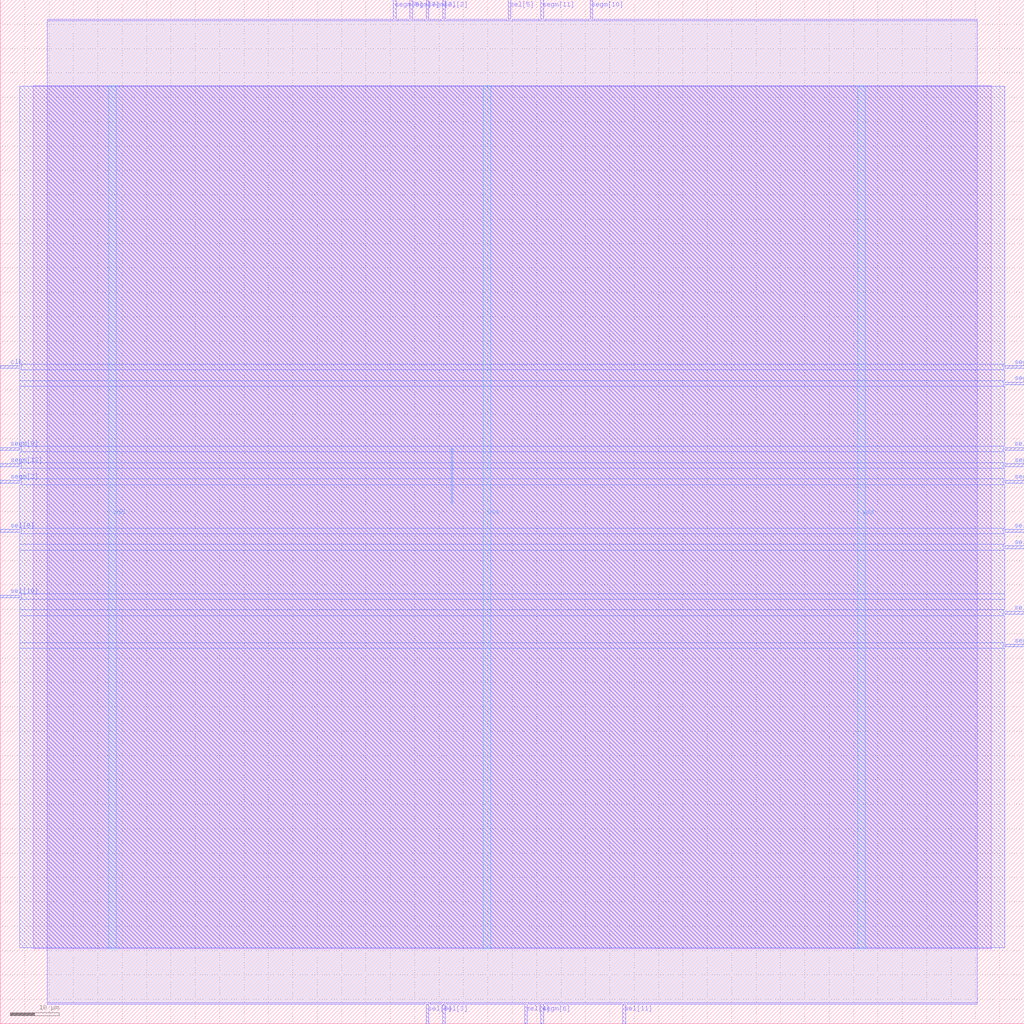
<source format=lef>
VERSION 5.7 ;
  NOWIREEXTENSIONATPIN ON ;
  DIVIDERCHAR "/" ;
  BUSBITCHARS "[]" ;
MACRO ita53
  CLASS BLOCK ;
  FOREIGN ita53 ;
  ORIGIN 0.000 0.000 ;
  SIZE 210.000 BY 210.000 ;
  PIN clk
    DIRECTION INPUT ;
    USE SIGNAL ;
    ANTENNAGATEAREA 4.738000 ;
    ANTENNADIFFAREA 0.410400 ;
    PORT
      LAYER Metal3 ;
        RECT 0.000 134.400 4.000 134.960 ;
    END
  END clk
  PIN segm[0]
    DIRECTION OUTPUT TRISTATE ;
    USE SIGNAL ;
    ANTENNADIFFAREA 4.731200 ;
    PORT
      LAYER Metal3 ;
        RECT 0.000 117.600 4.000 118.160 ;
    END
  END segm[0]
  PIN segm[10]
    DIRECTION OUTPUT TRISTATE ;
    USE SIGNAL ;
    ANTENNADIFFAREA 4.731200 ;
    PORT
      LAYER Metal2 ;
        RECT 120.960 206.000 121.520 210.000 ;
    END
  END segm[10]
  PIN segm[11]
    DIRECTION OUTPUT TRISTATE ;
    USE SIGNAL ;
    ANTENNADIFFAREA 4.731200 ;
    PORT
      LAYER Metal2 ;
        RECT 110.880 206.000 111.440 210.000 ;
    END
  END segm[11]
  PIN segm[12]
    DIRECTION OUTPUT TRISTATE ;
    USE SIGNAL ;
    ANTENNADIFFAREA 4.731200 ;
    PORT
      LAYER Metal3 ;
        RECT 206.000 77.280 210.000 77.840 ;
    END
  END segm[12]
  PIN segm[13]
    DIRECTION OUTPUT TRISTATE ;
    USE SIGNAL ;
    ANTENNADIFFAREA 4.731200 ;
    PORT
      LAYER Metal3 ;
        RECT 0.000 114.240 4.000 114.800 ;
    END
  END segm[13]
  PIN segm[1]
    DIRECTION OUTPUT TRISTATE ;
    USE SIGNAL ;
    ANTENNADIFFAREA 4.731200 ;
    PORT
      LAYER Metal3 ;
        RECT 206.000 114.240 210.000 114.800 ;
    END
  END segm[1]
  PIN segm[2]
    DIRECTION OUTPUT TRISTATE ;
    USE SIGNAL ;
    ANTENNADIFFAREA 4.731200 ;
    PORT
      LAYER Metal2 ;
        RECT 87.360 206.000 87.920 210.000 ;
    END
  END segm[2]
  PIN segm[3]
    DIRECTION OUTPUT TRISTATE ;
    USE SIGNAL ;
    ANTENNADIFFAREA 4.731200 ;
    PORT
      LAYER Metal3 ;
        RECT 0.000 110.880 4.000 111.440 ;
    END
  END segm[3]
  PIN segm[4]
    DIRECTION OUTPUT TRISTATE ;
    USE SIGNAL ;
    ANTENNADIFFAREA 4.731200 ;
    PORT
      LAYER Metal3 ;
        RECT 206.000 110.880 210.000 111.440 ;
    END
  END segm[4]
  PIN segm[5]
    DIRECTION OUTPUT TRISTATE ;
    USE SIGNAL ;
    ANTENNADIFFAREA 4.731200 ;
    PORT
      LAYER Metal2 ;
        RECT 80.640 206.000 81.200 210.000 ;
    END
  END segm[5]
  PIN segm[6]
    DIRECTION OUTPUT TRISTATE ;
    USE SIGNAL ;
    ANTENNADIFFAREA 4.731200 ;
    PORT
      LAYER Metal2 ;
        RECT 110.880 0.000 111.440 4.000 ;
    END
  END segm[6]
  PIN segm[7]
    DIRECTION OUTPUT TRISTATE ;
    USE SIGNAL ;
    ANTENNADIFFAREA 4.731200 ;
    PORT
      LAYER Metal2 ;
        RECT 84.000 206.000 84.560 210.000 ;
    END
  END segm[7]
  PIN segm[8]
    DIRECTION OUTPUT TRISTATE ;
    USE SIGNAL ;
    ANTENNADIFFAREA 4.731200 ;
    PORT
      LAYER Metal3 ;
        RECT 206.000 134.400 210.000 134.960 ;
    END
  END segm[8]
  PIN segm[9]
    DIRECTION OUTPUT TRISTATE ;
    USE SIGNAL ;
    ANTENNADIFFAREA 4.731200 ;
    PORT
      LAYER Metal3 ;
        RECT 206.000 131.040 210.000 131.600 ;
    END
  END segm[9]
  PIN sel[0]
    DIRECTION OUTPUT TRISTATE ;
    USE SIGNAL ;
    ANTENNADIFFAREA 4.731200 ;
    PORT
      LAYER Metal2 ;
        RECT 87.360 0.000 87.920 4.000 ;
    END
  END sel[0]
  PIN sel[10]
    DIRECTION OUTPUT TRISTATE ;
    USE SIGNAL ;
    ANTENNADIFFAREA 4.731200 ;
    PORT
      LAYER Metal3 ;
        RECT 0.000 87.360 4.000 87.920 ;
    END
  END sel[10]
  PIN sel[11]
    DIRECTION OUTPUT TRISTATE ;
    USE SIGNAL ;
    ANTENNADIFFAREA 4.731200 ;
    PORT
      LAYER Metal2 ;
        RECT 127.680 0.000 128.240 4.000 ;
    END
  END sel[11]
  PIN sel[1]
    DIRECTION OUTPUT TRISTATE ;
    USE SIGNAL ;
    ANTENNADIFFAREA 4.731200 ;
    PORT
      LAYER Metal3 ;
        RECT 206.000 100.800 210.000 101.360 ;
    END
  END sel[1]
  PIN sel[2]
    DIRECTION OUTPUT TRISTATE ;
    USE SIGNAL ;
    ANTENNADIFFAREA 4.731200 ;
    PORT
      LAYER Metal2 ;
        RECT 90.720 206.000 91.280 210.000 ;
    END
  END sel[2]
  PIN sel[3]
    DIRECTION OUTPUT TRISTATE ;
    USE SIGNAL ;
    ANTENNADIFFAREA 4.731200 ;
    PORT
      LAYER Metal2 ;
        RECT 90.720 0.000 91.280 4.000 ;
    END
  END sel[3]
  PIN sel[4]
    DIRECTION OUTPUT TRISTATE ;
    USE SIGNAL ;
    ANTENNADIFFAREA 4.731200 ;
    PORT
      LAYER Metal2 ;
        RECT 107.520 0.000 108.080 4.000 ;
    END
  END sel[4]
  PIN sel[5]
    DIRECTION OUTPUT TRISTATE ;
    USE SIGNAL ;
    ANTENNADIFFAREA 4.731200 ;
    PORT
      LAYER Metal2 ;
        RECT 104.160 206.000 104.720 210.000 ;
    END
  END sel[5]
  PIN sel[6]
    DIRECTION OUTPUT TRISTATE ;
    USE SIGNAL ;
    ANTENNADIFFAREA 4.731200 ;
    PORT
      LAYER Metal3 ;
        RECT 206.000 117.600 210.000 118.160 ;
    END
  END sel[6]
  PIN sel[7]
    DIRECTION OUTPUT TRISTATE ;
    USE SIGNAL ;
    ANTENNADIFFAREA 4.731200 ;
    PORT
      LAYER Metal3 ;
        RECT 206.000 84.000 210.000 84.560 ;
    END
  END sel[7]
  PIN sel[8]
    DIRECTION OUTPUT TRISTATE ;
    USE SIGNAL ;
    ANTENNADIFFAREA 4.731200 ;
    PORT
      LAYER Metal3 ;
        RECT 0.000 100.800 4.000 101.360 ;
    END
  END sel[8]
  PIN sel[9]
    DIRECTION OUTPUT TRISTATE ;
    USE SIGNAL ;
    ANTENNADIFFAREA 4.731200 ;
    PORT
      LAYER Metal3 ;
        RECT 206.000 97.440 210.000 98.000 ;
    END
  END sel[9]
  PIN vdd
    DIRECTION INOUT ;
    USE POWER ;
    PORT
      LAYER Metal4 ;
        RECT 22.240 15.380 23.840 192.380 ;
    END
    PORT
      LAYER Metal4 ;
        RECT 175.840 15.380 177.440 192.380 ;
    END
  END vdd
  PIN vss
    DIRECTION INOUT ;
    USE GROUND ;
    PORT
      LAYER Metal4 ;
        RECT 99.040 15.380 100.640 192.380 ;
    END
  END vss
  OBS
      LAYER Metal1 ;
        RECT 6.720 15.380 203.280 192.380 ;
      LAYER Metal2 ;
        RECT 9.660 205.700 80.340 206.000 ;
        RECT 81.500 205.700 83.700 206.000 ;
        RECT 84.860 205.700 87.060 206.000 ;
        RECT 88.220 205.700 90.420 206.000 ;
        RECT 91.580 205.700 103.860 206.000 ;
        RECT 105.020 205.700 110.580 206.000 ;
        RECT 111.740 205.700 120.660 206.000 ;
        RECT 121.820 205.700 200.340 206.000 ;
        RECT 9.660 4.300 200.340 205.700 ;
        RECT 9.660 4.000 87.060 4.300 ;
        RECT 88.220 4.000 90.420 4.300 ;
        RECT 91.580 4.000 107.220 4.300 ;
        RECT 108.380 4.000 110.580 4.300 ;
        RECT 111.740 4.000 127.380 4.300 ;
        RECT 128.540 4.000 200.340 4.300 ;
      LAYER Metal3 ;
        RECT 4.000 135.260 206.000 192.220 ;
        RECT 4.300 134.100 205.700 135.260 ;
        RECT 4.000 131.900 206.000 134.100 ;
        RECT 4.000 130.740 205.700 131.900 ;
        RECT 4.000 118.460 206.000 130.740 ;
        RECT 4.300 117.300 205.700 118.460 ;
        RECT 4.000 115.100 206.000 117.300 ;
        RECT 4.300 113.940 205.700 115.100 ;
        RECT 4.000 111.740 206.000 113.940 ;
        RECT 4.300 110.580 205.700 111.740 ;
        RECT 4.000 101.660 206.000 110.580 ;
        RECT 4.300 100.500 205.700 101.660 ;
        RECT 4.000 98.300 206.000 100.500 ;
        RECT 4.000 97.140 205.700 98.300 ;
        RECT 4.000 88.220 206.000 97.140 ;
        RECT 4.300 87.060 206.000 88.220 ;
        RECT 4.000 84.860 206.000 87.060 ;
        RECT 4.000 83.700 205.700 84.860 ;
        RECT 4.000 78.140 206.000 83.700 ;
        RECT 4.000 76.980 205.700 78.140 ;
        RECT 4.000 15.540 206.000 76.980 ;
      LAYER Metal4 ;
        RECT 92.540 106.490 92.820 118.070 ;
  END
END ita53
END LIBRARY


</source>
